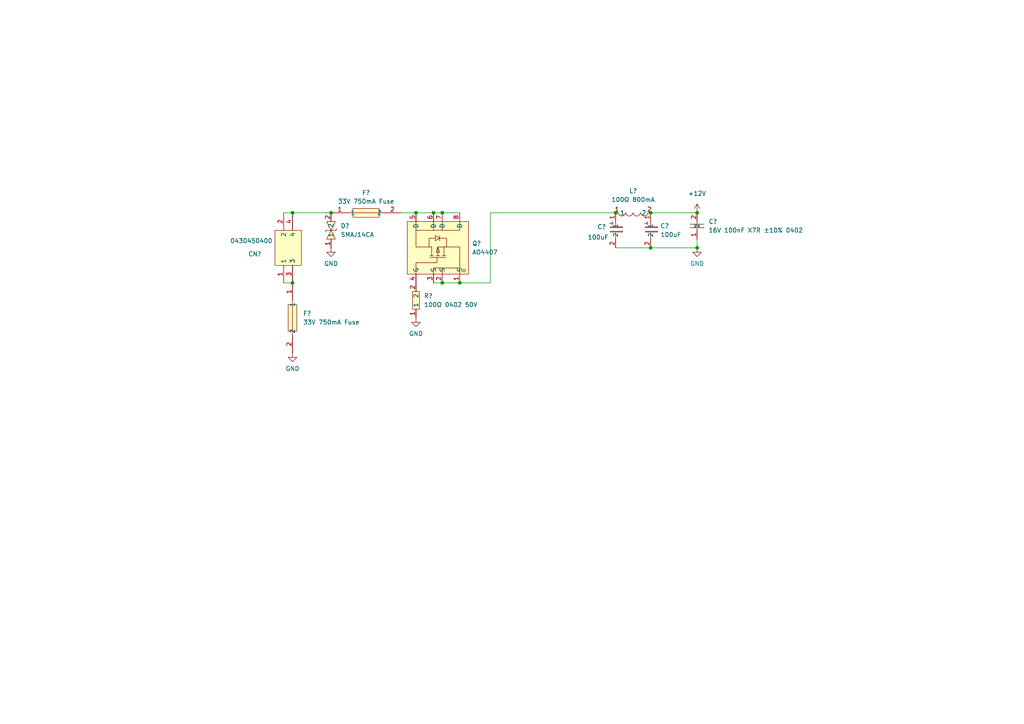
<source format=kicad_sch>
(kicad_sch (version 20211123) (generator eeschema)
  (paper "A4")
  (lib_symbols
    (symbol "easyeda2kicad:0430450400"
      (property "Reference" "CN" (at 0 6.35 0))
      (property "Value" "0430450400" (at 0 -6.35 0))
      (symbol "0430450400_0_1"
        (rectangle (start -5.08 3.81) (end 5.08 -3.81) (fill (type background)))
        (pin unspecified line (at 10.16 -1.27 180) (length 5.08) (name "1") (number "1"))
        (pin unspecified line (at -10.16 -1.27 0) (length 5.08) (name "2") (number "2"))
        (pin unspecified line (at 10.16 1.27 180) (length 5.08) (name "3") (number "3"))
        (pin unspecified line (at -10.16 1.27 0) (length 5.08) (name "4") (number "4"))
      )
    )
    (symbol "easyeda2kicad:100uF 16V "
      (property "Reference" "C" (at 0 5.08 0))
      (property "Value" "100uF 16V " (at 0 -5.08 0))
      (symbol "100uF 16V _0_1"
        (rectangle (start -2.54 -1.02) (end -1.52 -1.02) (fill (type background)))
        (rectangle (start -2.03 -0.76) (end -2.03 -1.78) (fill (type background)))
        (rectangle (start -1.02 2.03) (end -0.76 -1.52) (fill (type background)))
        (polyline (pts (xy -2.54 0) (xy -1.02 0)))
        (polyline (pts (xy 2.54 0) (xy 0.76 0)))
        (rectangle (start 0.25 2.03) (end 0.51 -1.52) (fill (type background)))
        (pin unspecified line (at -5.08 0 0) (length 2.54) (name "1") (number "1"))
        (pin unspecified line (at 5.08 0 180) (length 2.54) (name "2") (number "2"))
      )
    )
    (symbol "easyeda2kicad:100Ω 0402 50V"
      (property "Reference" "R" (at 0 5.08 0))
      (property "Value" "100Ω 0402 50V" (at 0 -5.08 0))
      (symbol "100Ω 0402 50V_0_1"
        (rectangle (start -2.54 1.02) (end 2.54 -1.02) (fill (type background)))
        (pin input line (at -5.08 0 0) (length 2.54) (name "1") (number "1"))
        (pin input line (at 5.08 0 180) (length 2.54) (name "2") (number "2"))
      )
    )
    (symbol "easyeda2kicad:100Ω 800mA"
      (property "Reference" "L" (at 0 5.08 0))
      (property "Value" "100Ω 800mA" (at 0 -5.08 0))
      (symbol "100Ω 800mA_0_1"
        (arc (start -4.29 -0.02) (mid -2.52 -0.79) (end -2.27 -0.02))
        (arc (start -2.13 -0.02) (mid -0.36 -0.79) (end -0.11 -0.02))
        (arc (start 0.02 -0.02) (mid 1.79 -0.79) (end 2.04 -0.02))
        (arc (start 2.21 -0.02) (mid 3.3 -1.12) (end 4.23 -0.02))
        (pin unspecified line (at -5.08 0 0) (length 0.762) (name "1") (number "1"))
        (pin unspecified line (at 5.08 0 180) (length 0.762) (name "2") (number "2"))
      )
    )
    (symbol "easyeda2kicad:16V 100nF X7R ±10% 0402"
      (property "Reference" "C" (at 0 5.08 0))
      (property "Value" "16V 100nF X7R ±10% 0402" (at 0 -5.08 0))
      (symbol "16V 100nF X7R ±10% 0402_0_1"
        (polyline (pts (xy -1.27 0) (xy -0.51 0)))
        (polyline (pts (xy -0.51 2.03) (xy -0.51 -2.03)))
        (polyline (pts (xy 0.51 0) (xy 1.27 0)))
        (polyline (pts (xy 0.51 2.03) (xy 0.51 -2.03)))
        (pin input line (at -3.81 0 0) (length 2.54) (name "1") (number "1"))
        (pin input line (at 3.81 0 180) (length 2.54) (name "2") (number "2"))
      )
    )
    (symbol "easyeda2kicad:33V 750mA Fuse"
      (property "Reference" "F" (at 0 5.08 0))
      (property "Value" "33V 750mA Fuse" (at 0 -5.08 0))
      (symbol "33V 750mA Fuse_0_1"
        (rectangle (start -3.81 1.27) (end 3.81 -1.27) (fill (type background)))
        (polyline (pts (xy -5.08 0) (xy 5.08 0)))
        (pin unspecified line (at -10.16 0 0) (length 5.08) (name "1") (number "1"))
        (pin unspecified line (at 10.16 0 180) (length 5.08) (name "2") (number "2"))
      )
    )
    (symbol "easyeda2kicad:AO4407C"
      (property "Reference" "Q" (at 0 10.16 0))
      (property "Value" "AO4407C" (at 0 -12.7 0))
      (symbol "AO4407C_0_1"
        (rectangle (start -7.62 7.62) (end 7.62 -10.16) (fill (type background)))
        (circle (center -6.6 6.35) (radius 0.38))
        (polyline (pts (xy -7.62 0) (xy -5.84 0)))
        (polyline (pts (xy -5.84 5.08) (xy -7.62 5.08)))
        (polyline (pts (xy -2.79 -3.56) (xy -2.79 1.02)))
        (polyline (pts (xy -2.29 -2.54) (xy -2.29 -3.56)))
        (polyline (pts (xy -2.29 -0.76) (xy -2.29 -1.78)))
        (polyline (pts (xy -2.29 1.02) (xy -2.29 0)))
        (polyline (pts (xy 0.25 -3.05) (xy -2.29 -3.05)))
        (polyline (pts (xy 0.25 0.51) (xy -2.29 0.51)))
        (polyline (pts (xy 7.62 -2.54) (xy 5.08 -2.54)))
        (polyline (pts (xy 7.62 0) (xy 5.08 0)))
        (polyline (pts (xy -2.29 -1.27) (xy 0.25 -1.27) (xy 0.25 1.27)))
        (polyline (pts (xy 0.25 -3.81) (xy 0.25 -7.62) (xy 7.62 -7.62)))
        (polyline (pts (xy 0.25 1.27) (xy 2.79 1.27) (xy 2.79 -0.76)))
        (polyline (pts (xy 5.08 -7.62) (xy 5.08 5.08) (xy 7.62 5.08)))
        (polyline (pts (xy -2.79 -1.52) (xy -4.32 -1.52) (xy -4.32 -7.62) (xy -7.62 -7.62)))
        (polyline (pts (xy 0.25 -3.05) (xy 0.25 -3.81) (xy 2.79 -3.81) (xy 2.79 -2.03)))
        (polyline (pts (xy 0.25 -1.27) (xy -1.27 -1.78) (xy -1.27 -0.76) (xy 0.25 -1.27)) (fill (type background)))
        (polyline (pts (xy 2.79 -0.76) (xy 3.56 -2.03) (xy 2.03 -2.03) (xy 2.79 -0.76)) (fill (type background)))
        (polyline (pts (xy 3.56 -0.76) (xy 3.3 -0.76) (xy 2.29 -0.76) (xy 2.03 -0.76)))
        (polyline (pts (xy 0.25 1.27) (xy 0.25 5.08) (xy -5.84 5.08) (xy -5.84 -2.54) (xy -7.62 -2.54)))
        (pin unspecified line (at -10.16 5.08 0) (length 2.54) (name "S") (number "1"))
        (pin unspecified line (at -10.16 0 0) (length 2.54) (name "S") (number "2"))
        (pin unspecified line (at -10.16 -2.54 0) (length 2.54) (name "S") (number "3"))
        (pin unspecified line (at -10.16 -7.62 0) (length 2.54) (name "G") (number "4"))
        (pin unspecified line (at 10.16 -7.62 180) (length 2.54) (name "D") (number "5"))
        (pin unspecified line (at 10.16 -2.54 180) (length 2.54) (name "D") (number "6"))
        (pin unspecified line (at 10.16 0 180) (length 2.54) (name "D") (number "7"))
        (pin unspecified line (at 10.16 5.08 180) (length 2.54) (name "D") (number "8"))
      )
    )
    (symbol "easyeda2kicad:SMAJ14CA_C364287"
      (property "Reference" "D" (at 0 5.08 0))
      (property "Value" "SMAJ14CA_C364287" (at 0 -5.08 0))
      (symbol "SMAJ14CA_C364287_0_1"
        (polyline (pts (xy -2.54 1.27) (xy 0 0) (xy -2.54 -1.27) (xy -2.54 1.27)) (fill (type background)))
        (polyline (pts (xy 2.54 1.27) (xy 0 0) (xy 2.54 -1.27) (xy 2.54 1.27)) (fill (type background)))
        (polyline (pts (xy -0.51 1.52) (xy -0.51 1.52) (xy 0 1.52) (xy 0 -1.52) (xy 0.51 -1.52) (xy 0.51 -1.52)))
        (pin unspecified line (at -5.08 0 0) (length 2.54) (name "1") (number "1"))
        (pin unspecified line (at 5.08 0 180) (length 2.54) (name "2") (number "2"))
      )
    )
    (symbol "power:+12V" (power) (pin_names (offset 0))
      (property "Value" "+12V" (at 0 3.556 0))
      (symbol "+12V_0_1"
        (polyline (pts (xy -0.762 1.27) (xy 0 2.54)))
        (polyline (pts (xy 0 0) (xy 0 2.54)))
        (polyline (pts (xy 0 2.54) (xy 0.762 1.27)))
      )
      (symbol "+12V_1_1"
        (pin power_in line (at 0 0 90) (length 0) hide (name "+12V") (number "1"))
      )
    )
    (symbol "power:GND" (power) (pin_names (offset 0))
      (property "Value" "GND" (at 0 -3.81 0))
      (symbol "GND_0_1"
        (polyline (pts (xy 0 0) (xy 0 -1.27) (xy 1.27 -1.27) (xy 0 -2.54) (xy -1.27 -1.27) (xy 0 -1.27)))
      )
      (symbol "GND_1_1"
        (pin power_in line (at 0 0 270) (length 0) hide (name "GND") (number "1"))
      )
    )
  )
  (junction (at 84.836 82.042))
  (junction (at 96.012 61.722))
  (junction (at 178.562 61.722))
  (junction (at 202.184 61.722))
  (junction (at 120.65 61.722))
  (junction (at 202.184 71.882))
  (junction (at 188.722 71.882))
  (junction (at 188.722 61.722))
  (junction (at 125.73 61.722))
  (junction (at 128.27 82.042))
  (junction (at 84.836 61.722))
  (junction (at 128.27 61.722))
  (junction (at 133.35 82.042))
  (wire (pts (xy 125.73 82.042) (xy 128.27 82.042)))
  (wire (pts (xy 202.184 71.882) (xy 188.722 71.882)))
  (wire (pts (xy 142.24 61.722) (xy 178.562 61.722)))
  (wire (pts (xy 120.65 61.722) (xy 125.73 61.722)))
  (wire (pts (xy 188.722 61.722) (xy 202.184 61.722)))
  (wire (pts (xy 116.332 61.722) (xy 120.65 61.722)))
  (wire (pts (xy 84.836 82.042) (xy 82.296 82.042)))
  (wire (pts (xy 84.836 61.722) (xy 96.012 61.722)))
  (wire (pts (xy 202.184 69.342) (xy 202.184 71.882)))
  (wire (pts (xy 125.73 61.722) (xy 128.27 61.722)))
  (wire (pts (xy 188.722 71.882) (xy 178.562 71.882)))
  (wire (pts (xy 128.27 82.042) (xy 133.35 82.042)))
  (wire (pts (xy 142.24 82.042) (xy 133.35 82.042)))
  (wire (pts (xy 128.27 61.722) (xy 133.35 61.722)))
  (wire (pts (xy 142.24 61.722) (xy 142.24 82.042)))
  (wire (pts (xy 84.836 61.722) (xy 82.296 61.722)))
  (symbol (lib_id "easyeda2kicad:33V 750mA Fuse") (at 84.836 92.202 270) (unit 1)
    (property "Reference" "F?" (at 87.884 90.9319 90) (effects (justify left)))
    (property "Value" "33V 750mA Fuse" (at 87.884 93.4719 90) (effects (justify left)))
    (property "Footprint" "easyeda2kicad:F1812" (effects hide))
    (property "Datasheet" "https://lcsc.com/product-detail/Surface-Mount-Fuses_0-75A-Self-healing-type_C20997.html" (effects hide))
    (property "Manufacturer" "RUILON(瑞隆源)" (effects hide))
    (property "LCSC Part" "C20997" (effects hide))
    (property "JLC Part" "Extended Part" (effects hide))
  )
  (symbol (lib_id "easyeda2kicad:100Ω 0402 50V") (at 120.65 87.122 90) (unit 1)
    (property "Reference" "R?" (at 122.936 85.8519 90) (effects (justify right)))
    (property "Value" "100Ω 0402 50V" (at 122.936 88.3919 90) (effects (justify right)))
    (property "Footprint" "easyeda2kicad:R0402" (effects hide))
    (property "Datasheet" "https://lcsc.com/product-detail/Chip-Resistor-Surface-Mount-UniOhm_100R-1000-1_C25076.html" (effects hide))
    (property "Manufacturer" "UNI-ROYAL(厚声)" (effects hide))
    (property "LCSC Part" "C25076" (effects hide))
    (property "JLC Part" "Basic Part" (effects hide))
  )
  (symbol (lib_id "power:GND") (at 96.012 71.882 0) (unit 1)
    (property "Reference" "#PWR?" (effects hide))
    (property "Value" "GND" (at 96.012 76.454 0))
  )
  (symbol (lib_id "power:GND") (at 84.836 102.362 0) (unit 1)
    (property "Reference" "#PWR?" (effects hide))
    (property "Value" "GND" (at 84.836 106.934 0))
  )
  (symbol (lib_id "easyeda2kicad:SMAJ14CA_C364287") (at 96.012 66.802 90) (unit 1)
    (property "Reference" "D?" (at 98.806 65.5319 90) (effects (justify right)))
    (property "Value" "SMAJ14CA" (at 98.806 68.0719 90) (effects (justify right)))
    (property "Footprint" "easyeda2kicad:SMA_L4.3-W2.7-LS5.1-BI" (effects hide))
    (property "Datasheet" "https://lcsc.com/product-detail/TVS_MDD-Jiangsu-Yutai-Elec-SMAJ14CA_C364287.html" (effects hide))
    (property "Manufacturer" "MDD" (effects hide))
    (property "LCSC Part" "C364287" (effects hide))
    (property "JLC Part" "Extended Part" (effects hide))
  )
  (symbol (lib_id "easyeda2kicad:100uF 16V ") (at 188.722 66.802 270) (unit 1)
    (property "Reference" "C?" (at 191.516 65.5319 90) (effects (justify left)))
    (property "Value" "100uF" (at 191.516 68.0719 90) (effects (justify left)))
    (property "Footprint" "easyeda2kicad:CAP-SMD_L7.3-W4.3-L-FD" (effects hide))
    (property "Datasheet" "https://lcsc.com/product-detail/Others_AVX-TPSD107K016R0100_C308887.html" (effects hide))
    (property "Manufacturer" "Kyocera AVX" (effects hide))
    (property "LCSC Part" "C308887" (effects hide))
    (property "JLC Part" "Extended Part" (effects hide))
  )
  (symbol (lib_id "easyeda2kicad:16V 100nF X7R ±10% 0402") (at 202.184 65.532 90) (unit 1)
    (property "Reference" "C?" (at 205.486 64.2619 90) (effects (justify right)))
    (property "Value" "16V 100nF X7R ±10% 0402" (at 205.486 66.8019 90) (effects (justify right)))
    (property "Footprint" "easyeda2kicad:C0402_NEW" (effects hide))
    (property "Datasheet" "https://lcsc.com/product-detail/Multilayer-Ceramic-Capacitors-MLCC-SMD-SMT_SAMSUNG_CL05B104KO5NNNC_100nF-104-10-16V_C1525.html" (effects hide))
    (property "Manufacturer" "SAMSUNG(三星)" (effects hide))
    (property "LCSC Part" "C1525" (effects hide))
    (property "JLC Part" "Basic Part" (effects hide))
  )
  (symbol (lib_id "power:GND") (at 120.65 92.202 0) (unit 1)
    (property "Reference" "#PWR?" (effects hide))
    (property "Value" "GND" (at 120.65 96.774 0))
  )
  (symbol (lib_id "easyeda2kicad:0430450400") (at 83.566 71.882 270) (unit 1)
    (property "Reference" "CN?" (at 73.914 73.66 90))
    (property "Value" "0430450400" (at 72.898 69.85 90))
    (property "Footprint" "easyeda2kicad:CONN-TH_0430450400" (effects hide))
    (property "Datasheet" "https://lcsc.com/product-detail/Connectors_MOLEX_0430450400_Connectors-4Contacts-plug-3mm-welding-2_C122413.html" (effects hide))
    (property "Manufacturer" "MOLEX" (effects hide))
    (property "LCSC Part" "C122413" (effects hide))
    (property "JLC Part" "Extended Part" (effects hide))
  )
  (symbol (lib_id "easyeda2kicad:100uF 16V ") (at 178.562 66.802 270) (unit 1)
    (property "Reference" "C?" (at 173.228 65.786 90) (effects (justify left)))
    (property "Value" "100uF" (at 170.434 68.834 90) (effects (justify left)))
    (property "Footprint" "easyeda2kicad:CAP-SMD_L7.3-W4.3-L-FD" (effects hide))
    (property "Datasheet" "https://lcsc.com/product-detail/Others_AVX-TPSD107K016R0100_C308887.html" (effects hide))
    (property "Manufacturer" "Kyocera AVX" (effects hide))
    (property "LCSC Part" "C308887" (effects hide))
    (property "JLC Part" "Extended Part" (effects hide))
  )
  (symbol (lib_id "easyeda2kicad:100Ω 800mA") (at 183.642 61.722 0) (unit 1)
    (property "Reference" "L?" (at 183.642 55.372 0))
    (property "Value" "100Ω 800mA" (at 183.642 57.912 0))
    (property "Footprint" "easyeda2kicad:L0805" (effects hide))
    (property "Datasheet" "https://lcsc.com/product-detail/Ferrite-Beads-And-Chips_100R-25-100MHz_C1015.html" (effects hide))
    (property "Manufacturer" "Sunlord(顺络)" (effects hide))
    (property "LCSC Part" "C1015" (effects hide))
    (property "JLC Part" "Basic Part" (effects hide))
  )
  (symbol (lib_id "easyeda2kicad:AO4407C") (at 128.27 71.882 270) (mirror x) (unit 1)
    (property "Reference" "Q?" (at 136.906 70.6119 90) (effects (justify left)))
    (property "Value" "AO4407" (at 136.906 73.1519 90) (effects (justify left)))
    (property "Footprint" "easyeda2kicad:SOP-8_L4.9-W3.9-P1.27-LS6.0-BL" (effects hide))
    (property "Datasheet" "https://lcsc.com/product-detail/MOSFET_Alpha-Omega-Semicon-AOS-AO4407C_C469397.html" (effects hide))
    (property "Manufacturer" "AOS" (effects hide))
    (property "LCSC Part" "C5224298" (effects hide))
    (property "JLC Part" "Extended Part" (effects hide))
  )
  (symbol (lib_id "power:+12V") (at 202.184 61.722 0) (unit 1)
    (property "Reference" "#PWR?" (effects hide))
    (property "Value" "+12V" (at 202.184 56.134 0))
  )
  (symbol (lib_id "easyeda2kicad:33V 750mA Fuse") (at 106.172 61.722 0) (unit 1)
    (property "Reference" "F?" (at 106.172 55.88 0))
    (property "Value" "33V 750mA Fuse" (at 106.172 58.42 0))
    (property "Footprint" "easyeda2kicad:F1812" (effects hide))
    (property "Datasheet" "https://lcsc.com/product-detail/Surface-Mount-Fuses_0-75A-Self-healing-type_C20997.html" (effects hide))
    (property "Manufacturer" "RUILON(瑞隆源)" (effects hide))
    (property "LCSC Part" "C20997" (effects hide))
    (property "JLC Part" "Extended Part" (effects hide))
  )
  (symbol (lib_id "power:GND") (at 202.184 71.882 0) (unit 1)
    (property "Reference" "#PWR?" (effects hide))
    (property "Value" "GND" (at 202.184 76.454 0))
  )
)
</source>
